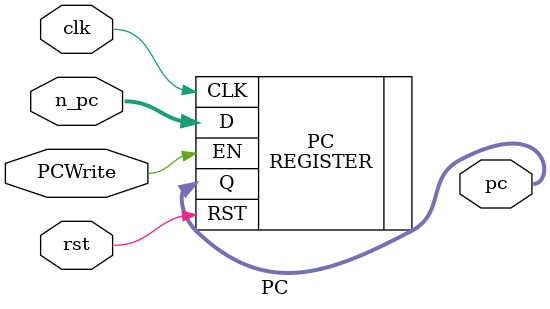
<source format=v>
module PC 
#(
    parameter  W = 32
)
(
    input           clk             ,
    input           rst             ,
  
    input           PCWrite  	    ,       //stall signal
    input   [W-1:0] n_pc            ,

    output  [W-1:0] pc
);
   
    REGISTER #(W) PC
    (
        .CLK(clk)           ,
        .RST(rst)           ,
        .EN(PCWrite)     	,
        .D(n_pc)            ,
        .Q(pc)
    );

endmodule
</source>
